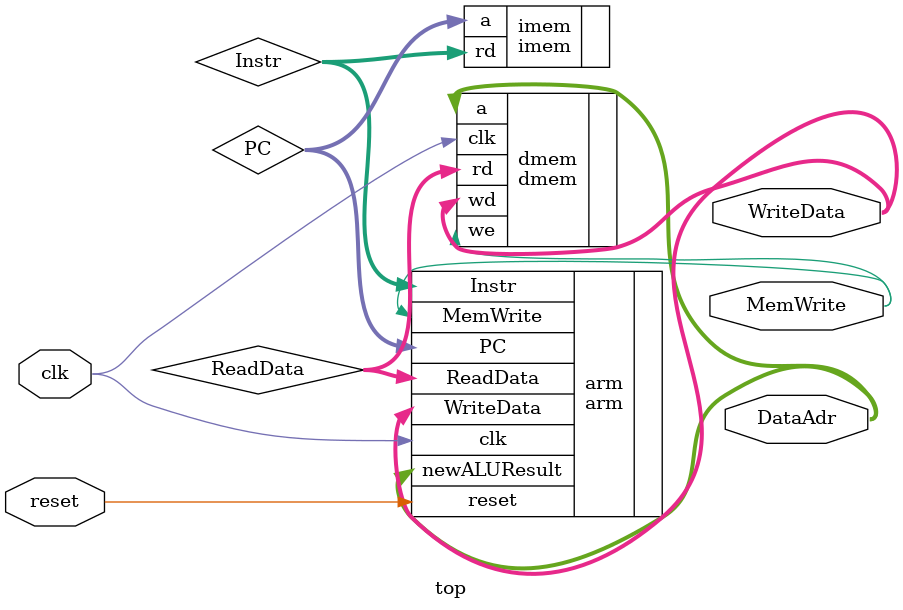
<source format=v>
module top (
	clk,
	reset,
	WriteData,
	DataAdr,
	MemWrite
);
	input wire clk;
	input wire reset;
	output wire [31:0] WriteData;
	output wire [31:0] DataAdr;
	output wire MemWrite;
	wire [31:0] PC;
	wire [31:0] Instr;
	wire [31:0] ReadData;
	arm arm(
		.clk(clk),
		.reset(reset),
		.PC(PC),
		.Instr(Instr),
		.MemWrite(MemWrite),
		.newALUResult(DataAdr),
		.WriteData(WriteData),
		.ReadData(ReadData)
	);
	imem imem(
		.a(PC),
		.rd(Instr)
	);
	dmem dmem(
		.clk(clk),
		.we(MemWrite),
		.a(DataAdr),
		.wd(WriteData),
		.rd(ReadData)
	);
endmodule
</source>
